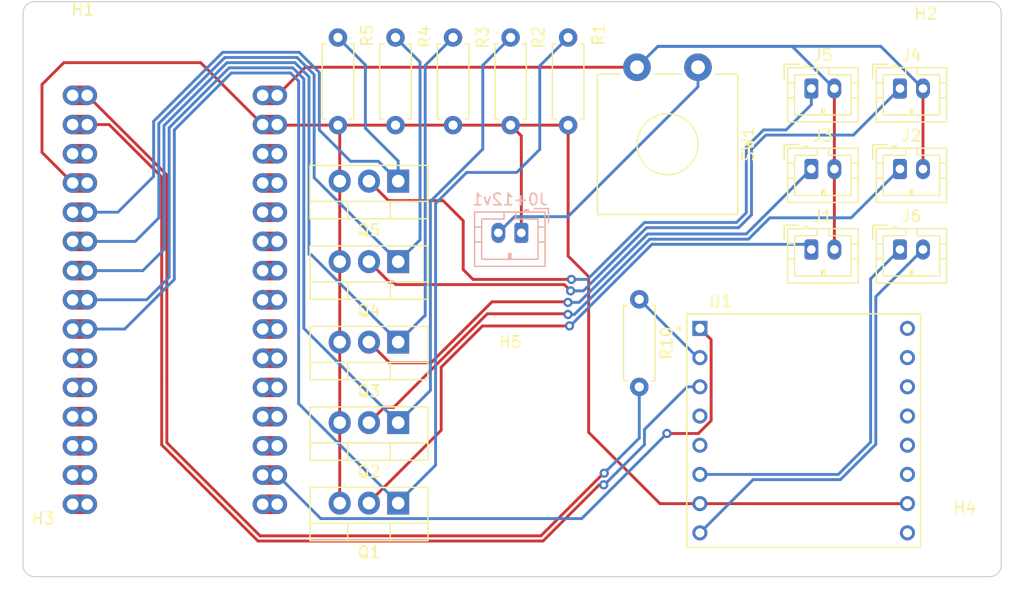
<source format=kicad_pcb>
(kicad_pcb (version 20211014) (generator pcbnew)
  (layers (0 "F.Cu" signal) (31 "B.Cu" signal) (34 "B.Paste" user) (35 "F.Paste" user) (36 "B.SilkS" user "B.Silkscreen") (37 "F.SilkS" user "F.Silkscreen") (38 "B.Mask" user) (39 "F.Mask" user) (44 "Edge.Cuts" user))
  (net 0 "")
  (net 22 "Net-(A1-Pad2)")
  (net 26 "Net-(A1-Pad16)")
  (net 27 "Net-(A1-Pad15)")
  (net 28 "GND")
  (net 29 "+12V")
  (net 34 "Net-(A1-Pad23)")
  (net 35 "Net-(J1-Pad1)")
  (net 36 "Net-(A1-Pad22)")
  (net 37 "Net-(A1-Pad21)")
  (net 38 "Net-(A1-Pad20)")
  (net 39 "Net-(A1-Pad24)")
  (net 40 "Net-(A1-Pad17)")
  (net 41 "Net-(R10-Pad1)")
  (net 42 "Net-(J2-Pad1)")
  (net 43 "Net-(J3-Pad1)")
  (net 44 "Net-(J4-Pad1)")
  (net 45 "Net-(J5-Pad1)")
  (net 46 "Net-(J6-Pad1)")
  (net 47 "Net-(J6-Pad2)")
  (footprint "Resistor_THT:R_Axial_DIN0207_L6.3mm_D2.5mm_P7.62mm_Horizontal" (layer "F.Cu") (at 107.75 59.38 -90)
    (fp_text reference "R10" (at 3.81 -2.37 90) (layer "F.SilkS"))
    (fp_text value "R1kΩ")
    (pad "1" thru_hole circle (at 0 0 270) (size 1.6 1.6) (drill 0.8) (layers *.Cu *.Mask) (net 41 "Net-(R10-Pad1)"))
    (pad "2" thru_hole oval (at 7.62 0 270) (size 1.6 1.6) (drill 0.8) (layers *.Cu *.Mask) (net 26 "Net-(A1-Pad16)"))
  )
  (footprint "Resistor_THT:R_Axial_DIN0207_L6.3mm_D2.5mm_P7.62mm_Horizontal" (layer "F.Cu") (at 96.5675 36.615 -90)
    (fp_text reference "R2" (at -0.015 -2.4325 90) (layer "F.SilkS"))
    (fp_text value "R10kΩ")
    (pad "1" thru_hole circle (at 0 0 270) (size 1.6 1.6) (drill 0.8) (layers *.Cu *.Mask) (net 34 "Net-(A1-Pad23)"))
    (pad "2" thru_hole oval (at 7.62 0 270) (size 1.6 1.6) (drill 0.8) (layers *.Cu *.Mask) (net 28 "GND"))
  )
  (footprint "DFPlayer:MODULE_DFR0299" (layer "F.Cu") (at 122.0325 70.8)
    (fp_text reference "U1" (at -7.225 -11.235) (layer "F.SilkS"))
    (fp_text value "DFR0299")
    (pad "1" thru_hole rect locked (at -9.017 -8.89) (size 1.308 1.308) (drill 0.8) (layers *.Cu *.Mask) (net 22 "Net-(A1-Pad2)"))
    (pad "2" thru_hole circle locked (at -9.017 -6.35) (size 1.308 1.308) (drill 0.8) (layers *.Cu *.Mask) (net 41 "Net-(R10-Pad1)"))
    (pad "3" thru_hole circle locked (at -9.017 -3.81) (size 1.308 1.308) (drill 0.8) (layers *.Cu *.Mask) (net 40 "Net-(A1-Pad17)"))
    (pad "4" thru_hole circle locked (at -9.017 -1.27) (size 1.308 1.308) (drill 0.8) (layers *.Cu *.Mask))
    (pad "5" thru_hole circle locked (at -9.017 1.27) (size 1.308 1.308) (drill 0.8) (layers *.Cu *.Mask))
    (pad "6" thru_hole circle locked (at -9.017 3.81) (size 1.308 1.308) (drill 0.8) (layers *.Cu *.Mask) (net 46 "Net-(J6-Pad1)"))
    (pad "7" thru_hole circle locked (at -9.017 6.35) (size 1.308 1.308) (drill 0.8) (layers *.Cu *.Mask) (net 28 "GND"))
    (pad "8" thru_hole circle locked (at -9.017 8.89) (size 1.308 1.308) (drill 0.8) (layers *.Cu *.Mask) (net 47 "Net-(J6-Pad2)"))
    (pad "9" thru_hole circle locked (at 9.017 8.89) (size 1.308 1.308) (drill 0.8) (layers *.Cu *.Mask))
    (pad "10" thru_hole circle locked (at 9.017 6.35) (size 1.308 1.308) (drill 0.8) (layers *.Cu *.Mask) (net 28 "GND"))
    (pad "11" thru_hole circle locked (at 9.017 3.81) (size 1.308 1.308) (drill 0.8) (layers *.Cu *.Mask))
    (pad "12" thru_hole circle locked (at 9.017 1.27) (size 1.308 1.308) (drill 0.8) (layers *.Cu *.Mask))
    (pad "13" thru_hole circle locked (at 9.017 -1.27) (size 1.308 1.308) (drill 0.8) (layers *.Cu *.Mask))
    (pad "14" thru_hole circle locked (at 9.017 -3.81) (size 1.308 1.308) (drill 0.8) (layers *.Cu *.Mask))
    (pad "15" thru_hole circle locked (at 9.017 -6.35) (size 1.308 1.308) (drill 0.8) (layers *.Cu *.Mask))
    (pad "16" thru_hole circle locked (at 9.017 -8.89) (size 1.308 1.308) (drill 0.8) (layers *.Cu *.Mask))
  )
  (footprint "Connector_JST:JST_PH_B2B-PH-K_1x02_P2.00mm_Vertical" (layer "F.Cu") (at 122.7 48.05)
    (fp_text reference "J3" (at 1 -2.9) (layer "F.SilkS"))
    (fp_text value "Conn_01x02")
    (pad "1" thru_hole roundrect (at 0 0) (size 1.2 1.75) (drill 0.75) (layers *.Cu *.Mask) (roundrect_rratio 0.2083333333) (net 43 "Net-(J3-Pad1)"))
    (pad "2" thru_hole oval (at 2 0) (size 1.2 1.75) (drill 0.75) (layers *.Cu *.Mask) (net 27 "Net-(A1-Pad15)"))
  )
  (footprint "Package_TO_SOT_THT:TO-220-3_Vertical" (layer "F.Cu") (at 86.8 77.105 180)
    (fp_text reference "Q1" (at 2.54 -4.27) (layer "F.SilkS"))
    (fp_text value "IRLZ44N")
    (pad "1" thru_hole rect (at 0 0 180) (size 1.905 2) (drill 1.1) (layers *.Cu *.Mask) (net 39 "Net-(A1-Pad24)"))
    (pad "2" thru_hole oval (at 2.54 0 180) (size 1.905 2) (drill 1.1) (layers *.Cu *.Mask) (net 35 "Net-(J1-Pad1)"))
    (pad "3" thru_hole oval (at 5.08 0 180) (size 1.905 2) (drill 1.1) (layers *.Cu *.Mask) (net 28 "GND"))
  )
  (footprint "Resistor_THT:R_Axial_DIN0207_L6.3mm_D2.5mm_P7.62mm_Horizontal" (layer "F.Cu") (at 91.5675 36.615 -90)
    (fp_text reference "R3" (at -0.015 -2.5825 90) (layer "F.SilkS"))
    (fp_text value "R10kΩ")
    (pad "1" thru_hole circle (at 0 0 270) (size 1.6 1.6) (drill 0.8) (layers *.Cu *.Mask) (net 36 "Net-(A1-Pad22)"))
    (pad "2" thru_hole oval (at 7.62 0 270) (size 1.6 1.6) (drill 0.8) (layers *.Cu *.Mask) (net 28 "GND"))
  )
  (footprint "Connector_JST:JST_PH_B2B-PH-K_1x02_P2.00mm_Vertical" (layer "F.Cu") (at 130.4 41.05)
    (fp_text reference "J4" (at 1 -2.9) (layer "F.SilkS"))
    (fp_text value "Conn_01x02")
    (pad "1" thru_hole roundrect (at 0 0) (size 1.2 1.75) (drill 0.75) (layers *.Cu *.Mask) (roundrect_rratio 0.2083333333) (net 44 "Net-(J4-Pad1)"))
    (pad "2" thru_hole oval (at 2 0) (size 1.2 1.75) (drill 0.75) (layers *.Cu *.Mask) (net 27 "Net-(A1-Pad15)"))
  )
  (footprint "Resistor_THT:R_Axial_DIN0207_L6.3mm_D2.5mm_P7.62mm_Horizontal" (layer "F.Cu") (at 86.5675 36.615 -90)
    (fp_text reference "R4" (at -0.065 -2.5325 90) (layer "F.SilkS"))
    (fp_text value "R10kΩ")
    (pad "1" thru_hole circle (at 0 0 270) (size 1.6 1.6) (drill 0.8) (layers *.Cu *.Mask) (net 37 "Net-(A1-Pad21)"))
    (pad "2" thru_hole oval (at 7.62 0 270) (size 1.6 1.6) (drill 0.8) (layers *.Cu *.Mask) (net 28 "GND"))
  )
  (footprint "Custom:MountingHole_1.25mm" (layer "F.Cu") (at 57.35 36)
    (fp_text reference "H1" (at 2.05 -1.8) (layer "F.SilkS"))
    (fp_text value "MountingHole")
    (pad "" np_thru_hole circle (at 0 0) (size 1.25 1.25) (drill 1.25) (layers F&B.Cu *.Mask))
  )
  (footprint "Connector_JST:JST_PH_B2B-PH-K_1x02_P2.00mm_Vertical" (layer "F.Cu") (at 122.7 55.05)
    (fp_text reference "J1" (at 1 -2.9) (layer "F.SilkS"))
    (fp_text value "Conn_01x02")
    (pad "1" thru_hole roundrect (at 0 0) (size 1.2 1.75) (drill 0.75) (layers *.Cu *.Mask) (roundrect_rratio 0.2083333333) (net 35 "Net-(J1-Pad1)"))
    (pad "2" thru_hole oval (at 2 0) (size 1.2 1.75) (drill 0.75) (layers *.Cu *.Mask) (net 27 "Net-(A1-Pad15)"))
  )
  (footprint "Resistor_THT:R_Axial_DIN0207_L6.3mm_D2.5mm_P7.62mm_Horizontal" (layer "F.Cu") (at 81.5675 36.615 -90)
    (fp_text reference "R5" (at -0.165 -2.5325 90) (layer "F.SilkS"))
    (fp_text value "R10kΩ")
    (pad "1" thru_hole circle (at 0 0 270) (size 1.6 1.6) (drill 0.8) (layers *.Cu *.Mask) (net 38 "Net-(A1-Pad20)"))
    (pad "2" thru_hole oval (at 7.62 0 270) (size 1.6 1.6) (drill 0.8) (layers *.Cu *.Mask) (net 28 "GND"))
  )
  (footprint "Package_TO_SOT_THT:TO-220-3_Vertical" (layer "F.Cu") (at 86.8 49.105 180)
    (fp_text reference "Q5" (at 2.54 -4.27) (layer "F.SilkS"))
    (fp_text value "IRLZ44N")
    (pad "1" thru_hole rect (at 0 0 180) (size 1.905 2) (drill 1.1) (layers *.Cu *.Mask) (net 38 "Net-(A1-Pad20)"))
    (pad "2" thru_hole oval (at 2.54 0 180) (size 1.905 2) (drill 1.1) (layers *.Cu *.Mask) (net 45 "Net-(J5-Pad1)"))
    (pad "3" thru_hole oval (at 5.08 0 180) (size 1.905 2) (drill 1.1) (layers *.Cu *.Mask) (net 28 "GND"))
  )
  (footprint "Custom:MountingHole_1.25mm" (layer "F.Cu") (at 136.05 81)
    (fp_text reference "H4" (at 0 -3.5) (layer "F.SilkS"))
    (fp_text value "MountingHole")
    (pad "" np_thru_hole circle (at 0 0) (size 1.25 1.25) (drill 1.25) (layers F&B.Cu *.Mask))
  )
  (footprint "Package_TO_SOT_THT:TO-220-3_Vertical" (layer "F.Cu") (at 86.8 63.105 180)
    (fp_text reference "Q3" (at 2.54 -4.27) (layer "F.SilkS"))
    (fp_text value "IRLZ44N")
    (pad "1" thru_hole rect (at 0 0 180) (size 1.905 2) (drill 1.1) (layers *.Cu *.Mask) (net 36 "Net-(A1-Pad22)"))
    (pad "2" thru_hole oval (at 2.54 0 180) (size 1.905 2) (drill 1.1) (layers *.Cu *.Mask) (net 43 "Net-(J3-Pad1)"))
    (pad "3" thru_hole oval (at 5.08 0 180) (size 1.905 2) (drill 1.1) (layers *.Cu *.Mask) (net 28 "GND"))
  )
  (footprint "Resistor_THT:R_Axial_DIN0207_L6.3mm_D2.5mm_P7.62mm_Horizontal" (layer "F.Cu") (at 101.5675 36.615 -90)
    (fp_text reference "R1" (at -0.265 -2.6325 90) (layer "F.SilkS"))
    (fp_text value "R10kΩ")
    (pad "1" thru_hole circle (at 0 0 270) (size 1.6 1.6) (drill 0.8) (layers *.Cu *.Mask) (net 39 "Net-(A1-Pad24)"))
    (pad "2" thru_hole oval (at 7.62 0 270) (size 1.6 1.6) (drill 0.8) (layers *.Cu *.Mask) (net 28 "GND"))
  )
  (footprint "Connector_JST:JST_PH_B2B-PH-K_1x02_P2.00mm_Vertical" (layer "F.Cu") (at 130.4 48.05)
    (fp_text reference "J2" (at 1 -2.9) (layer "F.SilkS"))
    (fp_text value "Conn_01x02")
    (pad "1" thru_hole roundrect (at 0 0) (size 1.2 1.75) (drill 0.75) (layers *.Cu *.Mask) (roundrect_rratio 0.2083333333) (net 42 "Net-(J2-Pad1)"))
    (pad "2" thru_hole oval (at 2 0) (size 1.2 1.75) (drill 0.75) (layers *.Cu *.Mask) (net 27 "Net-(A1-Pad15)"))
  )
  (footprint "Button_Switch_THT:SW_CW_GPTS203211B" (layer "F.Cu") (at 112.85 39.2 -90)
    (fp_text reference "SW1" (at 6.7 -4.35 90) (layer "F.SilkS"))
    (fp_text value "SW_SPST")
    (pad "1" thru_hole circle (at 0 0 270) (size 2.4 2.4) (drill 1.2) (layers *.Cu *.Mask) (net 29 "+12V"))
    (pad "2" thru_hole circle (at 0 5.3 270) (size 2.4 2.4) (drill 1.2) (layers *.Cu *.Mask) (net 27 "Net-(A1-Pad15)"))
  )
  (footprint "Nano_33:NANO_33_Socket_Castell" (layer "F.Cu") (at 67.4 59.425 90)
    (fp_text reference "A1")
    (fp_text value "Arduino-NANO-33")
    (pad "1" thru_hole circle locked (at -17.78 8.89 180) (size 1.7 1.7) (drill 1) (layers *.Cu *.Mask))
    (pad "1" thru_hole circle locked (at -17.78 7.62 180) (size 1.7 1.7) (drill 1) (layers *.Cu *.Mask))
    (pad "1" smd oval locked (at -17.78 8.255 180) (size 3 1.7) (layers "F.Cu" "F.Mask"))
    (pad "2" thru_hole oval locked (at -15.24 7.62 180) (size 1.7 1.7) (drill 1) (layers *.Cu *.Mask) (net 22 "Net-(A1-Pad2)"))
    (pad "2" smd oval locked (at -15.24 8.255 180) (size 3 1.7) (layers "F.Cu" "F.Mask") (net 22 "Net-(A1-Pad2)"))
    (pad "2" thru_hole circle locked (at -15.24 8.89 180) (size 1.7 1.7) (drill 1) (layers *.Cu *.Mask) (net 22 "Net-(A1-Pad2)"))
    (pad "3" thru_hole oval locked (at -12.7 7.62 180) (size 1.7 1.7) (drill 1) (layers *.Cu *.Mask))
    (pad "3" smd oval locked (at -12.7 8.255 180) (size 3 1.7) (layers "F.Cu" "F.Mask"))
    (pad "3" thru_hole circle locked (at -12.7 8.89 180) (size 1.7 1.7) (drill 1) (layers *.Cu *.Mask))
    (pad "4" thru_hole oval locked (at -10.16 7.62 180) (size 1.7 1.7) (drill 1) (layers *.Cu *.Mask))
    (pad "4" thru_hole circle locked (at -10.16 8.89 180) (size 1.7 1.7) (drill 1) (layers *.Cu *.Mask))
    (pad "4" smd oval locked (at -10.16 8.255 180) (size 3 1.7) (layers "F.Cu" "F.Mask"))
    (pad "5" smd oval locked (at -7.62 8.255 180) (size 3 1.7) (layers "F.Cu" "F.Mask"))
    (pad "5" thru_hole oval locked (at -7.62 7.62 180) (size 1.7 1.7) (drill 1) (layers *.Cu *.Mask))
    (pad "5" thru_hole circle locked (at -7.62 8.89 180) (size 1.7 1.7) (drill 1) (layers *.Cu *.Mask))
    (pad "6" thru_hole oval locked (at -5.08 7.62 180) (size 1.7 1.7) (drill 1) (layers *.Cu *.Mask))
    (pad "6" thru_hole circle locked (at -5.08 8.89 180) (size 1.7 1.7) (drill 1) (layers *.Cu *.Mask))
    (pad "6" smd oval locked (at -5.08 8.255 180) (size 3 1.7) (layers "F.Cu" "F.Mask"))
    (pad "7" thru_hole oval locked (at -2.54 7.62 180) (size 1.7 1.7) (drill 1) (layers *.Cu *.Mask))
    (pad "7" smd oval locked (at -2.54 8.255 180) (size 3 1.7) (layers "F.Cu" "F.Mask"))
    (pad "7" thru_hole circle locked (at -2.54 8.89 180) (size 1.7 1.7) (drill 1) (layers *.Cu *.Mask))
    (pad "8" thru_hole oval locked (at 0 7.62 180) (size 1.7 1.7) (drill 1) (layers *.Cu *.Mask))
    (pad "8" thru_hole circle locked (at 0 8.89 180) (size 1.7 1.7) (drill 1) (layers *.Cu *.Mask))
    (pad "8" smd oval locked (at 0 8.255 180) (size 3 1.7) (layers "F.Cu" "F.Mask"))
    (pad "9" smd oval locked (at 2.54 8.255 180) (size 3 1.7) (layers "F.Cu" "F.Mask"))
    (pad "9" thru_hole circle locked (at 2.54 8.89 180) (size 1.7 1.7) (drill 1) (layers *.Cu *.Mask))
    (pad "9" thru_hole oval locked (at 2.54 7.62 180) (size 1.7 1.7) (drill 1) (layers *.Cu *.Mask))
    (pad "10" thru_hole oval locked (at 5.08 7.62 180) (size 1.7 1.7) (drill 1) (layers *.Cu *.Mask))
    (pad "10" smd oval locked (at 5.08 8.255 180) (size 3 1.7) (layers "F.Cu" "F.Mask"))
    (pad "10" thru_hole circle locked (at 5.08 8.89 180) (size 1.7 1.7) (drill 1) (layers *.Cu *.Mask))
    (pad "11" thru_hole oval locked (at 7.62 7.62 180) (size 1.7 1.7) (drill 1) (layers *.Cu *.Mask))
    (pad "11" smd oval locked (at 7.62 8.255 180) (size 3 1.7) (layers "F.Cu" "F.Mask"))
    (pad "11" thru_hole circle locked (at 7.62 8.89 180) (size 1.7 1.7) (drill 1) (layers *.Cu *.Mask))
    (pad "12" thru_hole circle locked (at 10.16 8.89 180) (size 1.7 1.7) (drill 1) (layers *.Cu *.Mask))
    (pad "12" smd oval locked (at 10.16 8.255 180) (size 3 1.7) (layers "F.Cu" "F.Mask"))
    (pad "12" thru_hole oval locked (at 10.16 7.62 180) (size 1.7 1.7) (drill 1) (layers *.Cu *.Mask))
    (pad "13" thru_hole oval locked (at 12.7 7.62 180) (size 1.7 1.7) (drill 1) (layers *.Cu *.Mask))
    (pad "13" smd oval locked (at 12.7 8.255 180) (size 3 1.7) (layers "F.Cu" "F.Mask"))
    (pad "13" thru_hole circle locked (at 12.7 8.89 180) (size 1.7 1.7) (drill 1) (layers *.Cu *.Mask))
    (pad "14" smd oval locked (at 15.24 8.255 180) (size 3 1.7) (layers "F.Cu" "F.Mask") (net 28 "GND"))
    (pad "14" thru_hole oval locked (at 15.24 7.62 180) (size 1.7 1.7) (drill 1) (layers *.Cu *.Mask) (net 28 "GND"))
    (pad "14" thru_hole circle locked (at 15.24 8.89 180) (size 1.7 1.7) (drill 1) (layers *.Cu *.Mask) (net 28 "GND"))
    (pad "15" thru_hole circle locked (at 17.78 8.89 180) (size 1.7 1.7) (drill 1) (layers *.Cu *.Mask) (net 27 "Net-(A1-Pad15)"))
    (pad "15" thru_hole oval locked (at 17.78 7.62 180) (size 1.7 1.7) (drill 1) (layers *.Cu *.Mask) (net 27 "Net-(A1-Pad15)"))
    (pad "15" smd oval locked (at 17.78 8.255 180) (size 3 1.7) (layers "F.Cu" "F.Mask") (net 27 "Net-(A1-Pad15)"))
    (pad "16" smd oval locked (at 17.78 -8.255) (size 3 1.7) (layers "F.Cu" "F.Mask") (net 26 "Net-(A1-Pad16)"))
    (pad "16" thru_hole circle locked (at 17.78 -8.89) (size 1.7 1.7) (drill 1) (layers *.Cu *.Mask) (net 26 "Net-(A1-Pad16)"))
    (pad "16" thru_hole circle locked (at 17.78 -7.62) (size 1.7 1.7) (drill 1) (layers *.Cu *.Mask) (net 26 "Net-(A1-Pad16)"))
    (pad "17" thru_hole circle locked (at 15.24 -8.89) (size 1.7 1.7) (drill 1) (layers *.Cu *.Mask) (net 40 "Net-(A1-Pad17)"))
    (pad "17" smd oval locked (at 15.24 -8.255) (size 3 1.7) (layers "F.Cu" "F.Mask") (net 40 "Net-(A1-Pad17)"))
    (pad "17" thru_hole oval locked (at 15.24 -7.62) (size 1.7 1.7) (drill 1) (layers *.Cu *.Mask) (net 40 "Net-(A1-Pad17)"))
    (pad "18" smd oval locked (at 12.7 -8.255) (size 3 1.7) (layers "F.Cu" "F.Mask"))
    (pad "18" thru_hole circle locked (at 12.7 -8.89) (size 1.7 1.7) (drill 1) (layers *.Cu *.Mask))
    (pad "18" thru_hole oval locked (at 12.7 -7.62) (size 1.7 1.7) (drill 1) (layers *.Cu *.Mask))
    (pad "19" thru_hole circle locked (at 10.16 -8.89) (size 1.7 1.7) (drill 1) (layers *.Cu *.Mask) (net 28 "GND"))
    (pad "19" smd oval locked (at 10.16 -8.255) (size 3 1.7) (layers "F.Cu" "F.Mask") (net 28 "GND"))
    (pad "19" thru_hole oval locked (at 10.16 -7.62) (size 1.7 1.7) (drill 1) (layers *.Cu *.Mask) (net 28 "GND"))
    (pad "20" thru_hole circle locked (at 7.62 -8.89) (size 1.7 1.7) (drill 1) (layers *.Cu *.Mask) (net 38 "Net-(A1-Pad20)"))
    (pad "20" thru_hole oval locked (at 7.62 -7.62) (size 1.7 1.7) (drill 1) (layers *.Cu *.Mask) (net 38 "Net-(A1-Pad20)"))
    (pad "20" smd oval locked (at 7.62 -8.255) (size 3 1.7) (layers "F.Cu" "F.Mask") (net 38 "Net-(A1-Pad20)"))
    (pad "21" thru_hole circle locked (at 5.08 -8.89) (size 1.7 1.7) (drill 1) (layers *.Cu *.Mask) (net 37 "Net-(A1-Pad21)"))
    (pad "21" thru_hole oval locked (at 5.08 -7.62) (size 1.7 1.7) (drill 1) (layers *.Cu *.Mask) (net 37 "Net-(A1-Pad21)"))
    (pad "21" smd oval locked (at 5.08 -8.255) (size 3 1.7) (layers "F.Cu" "F.Mask") (net 37 "Net-(A1-Pad21)"))
    (pad "22" smd oval locked (at 2.54 -8.255) (size 3 1.7) (layers "F.Cu" "F.Mask") (net 36 "Net-(A1-Pad22)"))
    (pad "22" thru_hole oval locked (at 2.54 -7.62) (size 1.7 1.7) (drill 1) (layers *.Cu *.Mask) (net 36 "Net-(A1-Pad22)"))
    (pad "22" thru_hole circle locked (at 2.54 -8.89) (size 1.7 1.7) (drill 1) (layers *.Cu *.Mask) (net 36 "Net-(A1-Pad22)"))
    (pad "23" smd oval locked (at 0 -8.255) (size 3 1.7) (layers "F.Cu" "F.Mask") (net 34 "Net-(A1-Pad23)"))
    (pad "23" thru_hole circle locked (at 0 -8.89) (size 1.7 1.7) (drill 1) (layers *.Cu *.Mask) (net 34 "Net-(A1-Pad23)"))
    (pad "23" thru_hole oval locked (at 0 -7.62) (size 1.7 1.7) (drill 1) (layers *.Cu *.Mask) (net 34 "Net-(A1-Pad23)"))
    (pad "24" smd oval locked (at -2.54 -8.255) (size 3 1.7) (layers "F.Cu" "F.Mask") (net 39 "Net-(A1-Pad24)"))
    (pad "24" thru_hole oval locked (at -2.54 -7.62) (size 1.7 1.7) (drill 1) (layers *.Cu *.Mask) (net 39 "Net-(A1-Pad24)"))
    (pad "24" thru_hole circle locked (at -2.54 -8.89) (size 1.7 1.7) (drill 1) (layers *.Cu *.Mask) (net 39 "Net-(A1-Pad24)"))
    (pad "25" thru_hole circle locked (at -5.08 -8.89) (size 1.7 1.7) (drill 1) (layers *.Cu *.Mask))
    (pad "25" thru_hole oval locked (at -5.08 -7.62) (size 1.7 1.7) (drill 1) (layers *.Cu *.Mask))
    (pad "25" smd oval locked (at -5.08 -8.255) (size 3 1.7) (layers "F.Cu" "F.Mask"))
    (pad "26" thru_hole circle locked (at -7.62 -8.89) (size 1.7 1.7) (drill 1) (layers *.Cu *.Mask))
    (pad "26" smd oval locked (at -7.62 -8.255) (size 3 1.7) (layers "F.Cu" "F.Mask"))
    (pad "26" thru_hole oval locked (at -7.62 -7.62) (size 1.7 1.7) (drill 1) (layers *.Cu *.Mask))
    (pad "27" thru_hole oval locked (at -10.16 -7.62) (size 1.7 1.7) (drill 1) (layers *.Cu *.Mask))
    (pad "27" thru_hole circle locked (at -10.16 -8.89) (size 1.7 1.7) (drill 1) (layers *.Cu *.Mask))
    (pad "27" smd oval locked (at -10.16 -8.255) (size 3 1.7) (layers "F.Cu" "F.Mask"))
    (pad "28" smd oval locked (at -12.7 -8.255) (size 3 1.7) (layers "F.Cu" "F.Mask"))
    (pad "28" thru_hole circle locked (at -12.7 -8.89) (size 1.7 1.7) (drill 1) (layers *.Cu *.Mask))
    (pad "28" thru_hole oval locked (at -12.7 -7.62) (size 1.7 1.7) (drill 1) (layers *.Cu *.Mask))
    (pad "29" thru_hole circle locked (at -15.24 -8.89) (size 1.7 1.7) (drill 1) (layers *.Cu *.Mask))
    (pad "29" thru_hole oval locked (at -15.24 -7.62) (size 1.7 1.7) (drill 1) (layers *.Cu *.Mask))
    (pad "29" smd oval locked (at -15.24 -8.255) (size 3 1.7) (layers "F.Cu" "F.Mask"))
    (pad "30" thru_hole oval locked (at -17.78 -7.62) (size 1.7 1.7) (drill 1) (layers *.Cu *.Mask))
    (pad "30" thru_hole circle locked (at -17.78 -8.89) (size 1.7 1.7) (drill 1) (layers *.Cu *.Mask))
    (pad "30" smd oval locked (at -17.78 -8.255) (size 3 1.7) (layers "F.Cu" "F.Mask"))
  )
  (footprint "Custom:MountingHole_7.5mm" (layer "F.Cu") (at 96.7 69.25)
    (fp_text reference "H5" (at -0.15 -6.15) (layer "F.SilkS"))
    (fp_text value "MountingHole")
    (pad "" np_thru_hole circle (at 0 0) (size 7.5 7.5) (drill 7.5) (layers F&B.Cu *.Mask))
  )
  (footprint "Package_TO_SOT_THT:TO-220-3_Vertical" (layer "F.Cu") (at 86.8 56.105 180)
    (fp_text reference "Q4" (at 2.54 -4.27) (layer "F.SilkS"))
    (fp_text value "IRLZ44N")
    (pad "1" thru_hole rect (at 0 0 180) (size 1.905 2) (drill 1.1) (layers *.Cu *.Mask) (net 37 "Net-(A1-Pad21)"))
    (pad "2" thru_hole oval (at 2.54 0 180) (size 1.905 2) (drill 1.1) (layers *.Cu *.Mask) (net 44 "Net-(J4-Pad1)"))
    (pad "3" thru_hole oval (at 5.08 0 180) (size 1.905 2) (drill 1.1) (layers *.Cu *.Mask) (net 28 "GND"))
  )
  (footprint "Custom:MountingHole_1.25mm" (layer "F.Cu") (at 136.05 36)
    (fp_text reference "H2" (at -3.4 -1.45) (layer "F.SilkS"))
    (fp_text value "MountingHole")
    (pad "" np_thru_hole circle (at 0 0) (size 1.25 1.25) (drill 1.25) (layers F&B.Cu *.Mask))
  )
  (footprint "Package_TO_SOT_THT:TO-220-3_Vertical" (layer "F.Cu") (at 86.8 70.105 180)
    (fp_text reference "Q2" (at 2.54 -4.27) (layer "F.SilkS"))
    (fp_text value "IRLZ44N")
    (pad "1" thru_hole rect (at 0 0 180) (size 1.905 2) (drill 1.1) (layers *.Cu *.Mask) (net 34 "Net-(A1-Pad23)"))
    (pad "2" thru_hole oval (at 2.54 0 180) (size 1.905 2) (drill 1.1) (layers *.Cu *.Mask) (net 42 "Net-(J2-Pad1)"))
    (pad "3" thru_hole oval (at 5.08 0 180) (size 1.905 2) (drill 1.1) (layers *.Cu *.Mask) (net 28 "GND"))
  )
  (footprint "Connector_JST:JST_PH_B2B-PH-K_1x02_P2.00mm_Vertical" (layer "F.Cu") (at 130.4 55.05)
    (fp_text reference "J6" (at 1 -2.9) (layer "F.SilkS"))
    (fp_text value "Conn_01x02")
    (pad "1" thru_hole roundrect (at 0 0) (size 1.2 1.75) (drill 0.75) (layers *.Cu *.Mask) (roundrect_rratio 0.2083333333) (net 46 "Net-(J6-Pad1)"))
    (pad "2" thru_hole oval (at 2 0) (size 1.2 1.75) (drill 0.75) (layers *.Cu *.Mask) (net 47 "Net-(J6-Pad2)"))
  )
  (footprint "Connector_JST:JST_PH_B2B-PH-K_1x02_P2.00mm_Vertical" (layer "F.Cu") (at 122.7 41.05)
    (fp_text reference "J5" (at 1 -2.9) (layer "F.SilkS"))
    (fp_text value "Conn_01x02")
    (pad "1" thru_hole roundrect (at 0 0) (size 1.2 1.75) (drill 0.75) (layers *.Cu *.Mask) (roundrect_rratio 0.2083333333) (net 45 "Net-(J5-Pad1)"))
    (pad "2" thru_hole oval (at 2 0) (size 1.2 1.75) (drill 0.75) (layers *.Cu *.Mask) (net 27 "Net-(A1-Pad15)"))
  )
  (footprint "Custom:MountingHole_1.25mm" (layer "F.Cu") (at 57.35 81)
    (fp_text reference "H3" (at -1.4 -2.55) (layer "F.SilkS"))
    (fp_text value "MountingHole")
    (pad "" np_thru_hole circle (at 0 0) (size 1.25 1.25) (drill 1.25) (layers F&B.Cu *.Mask))
  )
  (footprint "Connector_JST:JST_PH_B2B-PH-K_1x02_P2.00mm_Vertical" (layer "B.Cu") (at 97.5 53.6 180)
    (fp_text reference "J0+12v1" (at 1 2.9) (layer "B.SilkS") (effects (justify mirror)))
    (fp_text value "Conn_01x02")
    (pad "1" thru_hole roundrect (at 0 0 180) (size 1.2 1.75) (drill 0.75) (layers *.Cu *.Mask) (roundrect_rratio 0.2083333333) (net 28 "GND"))
    (pad "2" thru_hole oval (at 2 0 180) (size 1.2 1.75) (drill 0.75) (layers *.Cu *.Mask) (net 29 "+12V"))
  )
  (gr_arc (start 55.2 83.5) (mid 54.492893 83.207107) (end 54.2 82.5) (layer "Edge.Cuts") (width 0.1))
  (gr_line (start 54.2 34.5) (end 54.2 82.5) (layer "Edge.Cuts") (width 0.1))
  (gr_line (start 138.2 83.5) (end 55.2 83.5) (layer "Edge.Cuts") (width 0.1))
  (gr_line (start 138.2 33.5) (end 55.2 33.5) (layer "Edge.Cuts") (width 0.1))
  (gr_arc (start 54.2 34.5) (mid 54.492893 33.792893) (end 55.2 33.5) (layer "Edge.Cuts") (width 0.1))
  (gr_arc (start 138.2 33.5) (mid 138.907107 33.792893) (end 139.2 34.5) (layer "Edge.Cuts") (width 0.1))
  (gr_line (start 139.2 82.5) (end 139.2 34.5) (layer "Edge.Cuts") (width 0.1))
  (gr_arc (start 139.2 82.5) (mid 138.907107 83.207107) (end 138.2 83.5) (layer "Edge.Cuts") (width 0.1))
  (gr_line (start 54.2 34.5) (end 54.2 34.5) (layer "Edge.Cuts") (width 0.1))
  (segment (start 113.9945 69.935516) (end 113.9945 62.889) (width 0.25) (layer "F.Cu") (net 22))
  (segment (start 110.15 71.05) (end 112.880016 71.05) (width 0.25) (layer "F.Cu") (net 22))
  (segment (start 112.880016 71.05) (end 113.9945 69.935516) (width 0.25) (layer "F.Cu") (net 22))
  (segment (start 113.9945 62.889) (end 113.0155 61.91) (width 0.25) (layer "F.Cu") (net 22))
  (via (at 110.15 71.05) (size 0.8) (drill 0.4) (layers "F.Cu" "B.Cu") (net 22))
  (segment (start 88.35 78.45) (end 102.75 78.45) (width 0.25) (layer "B.Cu") (net 22))
  (segment (start 76.29 74.665) (end 80.075 78.45) (width 0.25) (layer "B.Cu") (net 22))
  (segment (start 102.75 78.45) (end 110.15 71.05) (width 0.25) (layer "B.Cu") (net 22))
  (segment (start 80.075 78.45) (end 88.35 78.45) (width 0.25) (layer "B.Cu") (net 22))
  (segment (start 104.65 74.5) (end 104.7 74.5) (width 0.25) (layer "F.Cu") (net 26))
  (segment (start 75.55 79.95) (end 99.2 79.95) (width 0.25) (layer "F.Cu") (net 26))
  (segment (start 99.2 79.95) (end 103.95 75.2) (width 0.25) (layer "F.Cu") (net 26))
  (segment (start 66.7 51.95) (end 66.7 71.85) (width 0.25) (layer "F.Cu") (net 26))
  (segment (start 66.7 71.85) (end 74.8 79.95) (width 0.25) (layer "F.Cu") (net 26))
  (segment (start 103.95 75.2) (end 104.65 74.5) (width 0.25) (layer "F.Cu") (net 26))
  (segment (start 59.78 41.645) (end 66.7 48.565) (width 0.25) (layer "F.Cu") (net 26))
  (segment (start 66.7 48.565) (end 66.7 51.95) (width 0.25) (layer "F.Cu") (net 26))
  (segment (start 74.8 79.95) (end 75.55 79.95) (width 0.25) (layer "F.Cu") (net 26))
  (via (at 104.7 74.5) (size 0.8) (drill 0.4) (layers "F.Cu" "B.Cu") (net 26))
  (segment (start 107.75 71.45) (end 107.75 67) (width 0.25) (layer "B.Cu") (net 26))
  (segment (start 104.7 74.5) (end 107.75 71.45) (width 0.25) (layer "B.Cu") (net 26))
  (segment (start 132.4 41.05) (end 132.4 48.05) (width 0.25) (layer "F.Cu") (net 27))
  (segment (start 75.02 41.645) (end 75.655 41.645) (width 0.25) (layer "F.Cu") (net 27))
  (segment (start 124.7 48.05) (end 124.7 55.05) (width 0.25) (layer "F.Cu") (net 27))
  (segment (start 124.7 41.05) (end 124.7 48.05) (width 0.25) (layer "F.Cu") (net 27))
  (segment (start 75.02 41.645) (end 76.29 41.645) (width 0.25) (layer "F.Cu") (net 27))
  (segment (start 107.55 39.2) (end 78.735 39.2) (width 0.25) (layer "F.Cu") (net 27))
  (segment (start 78.735 39.2) (end 76.29 41.645) (width 0.25) (layer "F.Cu") (net 27))
  (segment (start 107.55 39.2) (end 109.369286 37.380714) (width 0.25) (layer "B.Cu") (net 27))
  (segment (start 128.730714 37.380714) (end 109.369286 37.380714) (width 0.25) (layer "B.Cu") (net 27))
  (segment (start 124.7 41.05) (end 121.030714 37.380714) (width 0.25) (layer "B.Cu") (net 27))
  (segment (start 121.030714 37.380714) (end 109.369286 37.380714) (width 0.25) (layer "B.Cu") (net 27))
  (segment (start 132.4 41.05) (end 128.730714 37.380714) (width 0.25) (layer "B.Cu") (net 27))
  (segment (start 91.5675 44.235) (end 96.5675 44.235) (width 0.25) (layer "F.Cu") (net 28))
  (segment (start 86.5675 44.235) (end 91.5675 44.235) (width 0.25) (layer "F.Cu") (net 28))
  (segment (start 81.5675 44.235) (end 86.5675 44.235) (width 0.25) (layer "F.Cu") (net 28))
  (segment (start 101.5675 44.235) (end 101.5675 55.6175) (width 0.25) (layer "F.Cu") (net 28))
  (segment (start 97.5 53.6) (end 97.5 45.1675) (width 0.25) (layer "F.Cu") (net 28))
  (segment (start 81.72 77.105) (end 81.72 70.105) (width 0.25) (layer "F.Cu") (net 28))
  (segment (start 81.5675 44.235) (end 76.34 44.235) (width 0.25) (layer "F.Cu") (net 28))
  (segment (start 55.85 46.605) (end 55.85 40.7) (width 0.25) (layer "F.Cu") (net 28))
  (segment (start 103.35 57.4) (end 103.35 70.95) (width 0.25) (layer "F.Cu") (net 28))
  (segment (start 81.72 70.105) (end 81.72 63.105) (width 0.25) (layer "F.Cu") (net 28))
  (segment (start 69.635 38.8) (end 75.02 44.185) (width 0.25) (layer "F.Cu") (net 28))
  (segment (start 58.51 49.265) (end 55.85 46.605) (width 0.25) (layer "F.Cu") (net 28))
  (segment (start 81.72 63.105) (end 81.72 56.105) (width 0.25) (layer "F.Cu") (net 28))
  (segment (start 57.75 38.8) (end 69.635 38.8) (width 0.25) (layer "F.Cu") (net 28))
  (segment (start 96.5675 44.235) (end 101.5675 44.235) (width 0.25) (layer "F.Cu") (net 28))
  (segment (start 81.72 44.3875) (end 81.5675 44.235) (width 0.25) (layer "F.Cu") (net 28))
  (segment (start 97.5 45.1675) (end 96.5675 44.235) (width 0.25) (layer "F.Cu") (net 28))
  (segment (start 109.55 77.15) (end 113.0155 77.15) (width 0.25) (layer "F.Cu") (net 28))
  (segment (start 76.34 44.235) (end 76.29 44.185) (width 0.25) (layer "F.Cu") (net 28))
  (segment (start 81.72 56.105) (end 81.72 49.105) (width 0.25) (layer "F.Cu") (net 28))
  (segment (start 76.29 44.185) (end 75.02 44.185) (width 0.25) (layer "F.Cu") (net 28))
  (segment (start 55.85 40.7) (end 57.75 38.8) (width 0.25) (layer "F.Cu") (net 28))
  (segment (start 81.72 49.105) (end 81.72 44.3875) (width 0.25) (layer "F.Cu") (net 28))
  (segment (start 113.0155 77.15) (end 131.0495 77.15) (width 0.25) (layer "F.Cu") (net 28))
  (segment (start 101.5675 55.6175) (end 103.35 57.4) (width 0.25) (layer "F.Cu") (net 28))
  (segment (start 103.35 70.95) (end 109.55 77.15) (width 0.25) (layer "F.Cu") (net 28))
  (segment (start 96.90789 52.19211) (end 95.5 53.6) (width 0.25) (layer "B.Cu") (net 29))
  (segment (start 112.85 39.2) (end 112.85 40.897056) (width 0.25) (layer "B.Cu") (net 29))
  (segment (start 101.554946 52.19211) (end 96.90789 52.19211) (width 0.25) (layer "B.Cu") (net 29))
  (segment (start 112.85 40.897056) (end 101.554946 52.19211) (width 0.25) (layer "B.Cu") (net 29))
  (segment (start 78.6 61.905) (end 78.6 40.213604) (width 0.25) (layer "B.Cu") (net 34))
  (segment (start 94.15 39.0325) (end 96.5675 36.615) (width 0.25) (layer "B.Cu") (net 34))
  (segment (start 72.113604 39.25) (end 66.9 44.463604) (width 0.25) (layer "B.Cu") (net 34))
  (segment (start 64.938604 59.425) (end 59.78 59.425) (width 0.25) (layer "B.Cu") (net 34))
  (segment (start 66.9 57.463604) (end 64.938604 59.425) (width 0.25) (layer "B.Cu") (net 34))
  (segment (start 77.636396 39.25) (end 72.113604 39.25) (width 0.25) (layer "B.Cu") (net 34))
  (segment (start 66.9 44.463604) (end 66.9 57.463604) (width 0.25) (layer "B.Cu") (net 34))
  (segment (start 94.15 46.313604) (end 94.15 39.0325) (width 0.25) (layer "B.Cu") (net 34))
  (segment (start 86.8 70.105) (end 89.6 67.305) (width 0.25) (layer "B.Cu") (net 34))
  (segment (start 86.8 70.105) (end 78.6 61.905) (width 0.25) (layer "B.Cu") (net 34))
  (segment (start 89.6 67.305) (end 89.6 50.863604) (width 0.25) (layer "B.Cu") (net 34))
  (segment (start 89.6 50.863604) (end 94.15 46.313604) (width 0.25) (layer "B.Cu") (net 34))
  (segment (start 78.6 40.213604) (end 77.636396 39.25) (width 0.25) (layer "B.Cu") (net 34))
  (segment (start 90.536396 70.766104) (end 90.536396 65.286396) (width 0.25) (layer "F.Cu") (net 35))
  (segment (start 90.536396 65.286396) (end 94.124671 61.698121) (width 0.25) (layer "F.Cu") (net 35))
  (segment (start 84.26 77.0425) (end 90.536396 70.766104) (width 0.25) (layer "F.Cu") (net 35))
  (segment (start 94.124671 61.698121) (end 101.674712 61.698121) (width 0.25) (layer "F.Cu") (net 35))
  (segment (start 84.26 77.105) (end 84.26 77.0425) (width 0.25) (layer "F.Cu") (net 35))
  (segment (start 101.674712 61.698121) (end 101.682098 61.690735) (width 0.25) (layer "F.Cu") (net 35))
  (via (at 101.682098 61.690735) (size 0.8) (drill 0.4) (layers "F.Cu" "B.Cu") (net 35))
  (segment (start 122.25 54.6) (end 122.7 55.05) (width 0.25) (layer "B.Cu") (net 35))
  (segment (start 101.682098 61.690735) (end 101.754849 61.690735) (width 0.25) (layer "B.Cu") (net 35))
  (segment (start 108.845584 54.6) (end 122.25 54.6) (width 0.25) (layer "B.Cu") (net 35))
  (segment (start 101.754849 61.690735) (end 108.845584 54.6) (width 0.25) (layer "B.Cu") (net 35))
  (segment (start 89.1 60.85) (end 89.15 60.8) (width 0.25) (layer "B.Cu") (net 36))
  (segment (start 89.15 60.8) (end 89.15 39.0325) (width 0.25) (layer "B.Cu") (net 36))
  (segment (start 86.8 63.105) (end 86.8 63.0575) (width 0.25) (layer "B.Cu") (net 36))
  (segment (start 77.822792 38.8) (end 71.927208 38.8) (width 0.25) (layer "B.Cu") (net 36))
  (segment (start 89.15 39.0325) (end 91.5675 36.615) (width 0.25) (layer "B.Cu") (net 36))
  (segment (start 86.8 63.105) (end 89.055 60.85) (width 0.25) (layer "B.Cu") (net 36))
  (segment (start 79.2425 55.5) (end 79.1 55.5) (width 0.25) (layer "B.Cu") (net 36))
  (segment (start 64.615 56.885) (end 59.78 56.885) (width 0.25) (layer "B.Cu") (net 36))
  (segment (start 71.927208 38.8) (end 66.45 44.277208) (width 0.25) (layer "B.Cu") (net 36))
  (segment (start 66.45 55.05) (end 64.615 56.885) (width 0.25) (layer "B.Cu") (net 36))
  (segment (start 86.8 63.0575) (end 79.2425 55.5) (width 0.25) (layer "B.Cu") (net 36))
  (segment (start 79.05 55.45) (end 79.05 40.027208) (width 0.25) (layer "B.Cu") (net 36))
  (segment (start 89.055 60.85) (end 89.1 60.85) (width 0.25) (layer "B.Cu") (net 36))
  (segment (start 79.1 55.5) (end 79.05 55.45) (width 0.25) (layer "B.Cu") (net 36))
  (segment (start 66.45 44.277208) (end 66.45 55.05) (width 0.25) (layer "B.Cu") (net 36))
  (segment (start 79.05 40.027208) (end 77.822792 38.8) (width 0.25) (layer "B.Cu") (net 36))
  (segment (start 88.7 54.205) (end 88.7 38.7475) (width 0.25) (layer "B.Cu") (net 37))
  (segment (start 79.5 39.840812) (end 78.009188 38.35) (width 0.25) (layer "B.Cu") (net 37))
  (segment (start 63.955 54.345) (end 59.78 54.345) (width 0.25) (layer "B.Cu") (net 37))
  (segment (start 66 52.3) (end 63.955 54.345) (width 0.25) (layer "B.Cu") (net 37))
  (segment (start 86.8 56.105) (end 79.5 48.805) (width 0.25) (layer "B.Cu") (net 37))
  (segment (start 78.009188 38.35) (end 71.740812 38.35) (width 0.25) (layer "B.Cu") (net 37))
  (segment (start 79.5 48.805) (end 79.5 39.840812) (width 0.25) (layer "B.Cu") (net 37))
  (segment (start 71.740812 38.35) (end 66 44.090812) (width 0.25) (layer "B.Cu") (net 37))
  (segment (start 88.7 38.7475) (end 86.5675 36.615) (width 0.25) (layer "B.Cu") (net 37))
  (segment (start 86.8 56.105) (end 88.7 54.205) (width 0.25) (layer "B.Cu") (net 37))
  (segment (start 66 44.090812) (end 66 52.3) (width 0.25) (layer "B.Cu") (net 37))
  (segment (start 86.8 49.105) (end 85.072135 47.377135) (width 0.25) (layer "B.Cu") (net 38))
  (segment (start 86.8 47.35) (end 83.95 44.5) (width 0.25) (layer "B.Cu") (net 38))
  (segment (start 83.95 44.5) (end 83.95 38.9975) (width 0.25) (layer "B.Cu") (net 38))
  (segment (start 62.445 51.805) (end 59.78 51.805) (width 0.25) (layer "B.Cu") (net 38))
  (segment (start 85.072135 47.377135) (end 82.665001 47.377135) (width 0.25) (layer "B.Cu") (net 38))
  (segment (start 65.55 48.7) (end 62.445 51.805) (width 0.25) (layer "B.Cu") (net 38))
  (segment (start 79.95 44.662134) (end 79.95 39.654416) (width 0.25) (layer "B.Cu") (net 38))
  (segment (start 65.55 43.904416) (end 65.55 48.7) (width 0.25) (layer "B.Cu") (net 38))
  (segment (start 79.95 39.654416) (end 78.195584 37.9) (width 0.25) (layer "B.Cu") (net 38))
  (segment (start 71.554416 37.9) (end 65.55 43.904416) (width 0.25) (layer "B.Cu") (net 38))
  (segment (start 82.665001 47.377135) (end 79.95 44.662134) (width 0.25) (layer "B.Cu") (net 38))
  (segment (start 83.95 38.9975) (end 81.5675 36.615) (width 0.25) (layer "B.Cu") (net 38))
  (segment (start 78.195584 37.9) (end 71.554416 37.9) (width 0.25) (layer "B.Cu") (net 38))
  (segment (start 86.8 49.105) (end 86.8 47.35) (width 0.25) (layer "B.Cu") (net 38))
  (segment (start 67.35 44.65) (end 67.35 57.65) (width 0.25) (layer "B.Cu") (net 39))
  (segment (start 77.45 39.7) (end 72.3 39.7) (width 0.25) (layer "B.Cu") (net 39))
  (segment (start 63.035 61.965) (end 59.78 61.965) (width 0.25) (layer "B.Cu") (net 39))
  (segment (start 97.1 48.35) (end 99.1 46.35) (width 0.25) (layer "B.Cu") (net 39))
  (segment (start 90.05 73.8) (end 90.05 51.05) (width 0.25) (layer "B.Cu") (net 39))
  (segment (start 78.15 40.4) (end 77.45 39.7) (width 0.25) (layer "B.Cu") (net 39))
  (segment (start 72.3 39.7) (end 67.35 44.65) (width 0.25) (layer "B.Cu") (net 39))
  (segment (start 90.05 51.05) (end 92.75 48.35) (width 0.25) (layer "B.Cu") (net 39))
  (segment (start 92.75 48.35) (end 97.1 48.35) (width 0.25) (layer "B.Cu") (net 39))
  (segment (start 67.35 57.65) (end 63.035 61.965) (width 0.25) (layer "B.Cu") (net 39))
  (segment (start 86.8 77.105) (end 86.8 77.05) (width 0.25) (layer "B.Cu") (net 39))
  (segment (start 86.8 77.105) (end 78.15 68.455) (width 0.25) (layer "B.Cu") (net 39))
  (segment (start 86.8 77.05) (end 90.05 73.8) (width 0.25) (layer "B.Cu") (net 39))
  (segment (start 99.1 46.35) (end 99.1 39.0825) (width 0.25) (layer "B.Cu") (net 39))
  (segment (start 78.15 68.455) (end 78.15 40.4) (width 0.25) (layer "B.Cu") (net 39))
  (segment (start 99.1 39.0825) (end 101.5675 36.615) (width 0.25) (layer "B.Cu") (net 39))
  (segment (start 59.78 44.185) (end 61.683604 44.185) (width 0.25) (layer "F.Cu") (net 40))
  (segment (start 61.683604 44.185) (end 65.924302 48.425698) (width 0.25) (layer "F.Cu") (net 40))
  (segment (start 102.693198 77.093198) (end 104.270861 75.515535) (width 0.25) (layer "F.Cu") (net 40))
  (segment (start 71.781802 77.568198) (end 74.613604 80.4) (width 0.25) (layer "F.Cu") (net 40))
  (segment (start 74.613604 80.4) (end 89.25 80.4) (width 0.25) (layer "F.Cu") (net 40))
  (segment (start 66.25 66.55) (end 66.25 72.036396) (width 0.25) (layer "F.Cu") (net 40))
  (segment (start 66.25 72.036396) (end 71.781802 77.568198) (width 0.25) (layer "F.Cu") (net 40))
  (segment (start 99.386396 80.4) (end 102.693198 77.093198) (width 0.25) (layer "F.Cu") (net 40))
  (segment (start 66.25 48.751396) (end 66.25 66.55) (width 0.25) (layer "F.Cu") (net 40))
  (segment (start 89.25 80.4) (end 99.386396 80.4) (width 0.25) (layer "F.Cu") (net 40))
  (segment (start 65.924302 48.425698) (end 66.25 48.751396) (width 0.25) (layer "F.Cu") (net 40))
  (segment (start 104.270861 75.515535) (end 104.659064 75.515535) (width 0.25) (layer "F.Cu") (net 40))
  (via (at 104.659064 75.515535) (size 0.8) (drill 0.4) (layers "F.Cu" "B.Cu") (net 40))
  (segment (start 104.659064 75.515535) (end 104.70977 75.515535) (width 0.25) (layer "B.Cu") (net 40))
  (segment (start 108.2 72.025305) (end 108.2 70.7) (width 0.25) (layer "B.Cu") (net 40))
  (segment (start 108.2 70.7) (end 111.91 66.99) (width 0.25) (layer "B.Cu") (net 40))
  (segment (start 111.91 66.99) (end 113.0155 66.99) (width 0.25) (layer "B.Cu") (net 40))
  (segment (start 104.70977 75.515535) (end 108.2 72.025305) (width 0.25) (layer "B.Cu") (net 40))
  (segment (start 107.75 59.38) (end 112.82 64.45) (width 0.25) (layer "B.Cu") (net 41))
  (segment (start 112.82 64.45) (end 113.0155 64.45) (width 0.25) (layer "B.Cu") (net 41))
  (segment (start 86.406396 68.78) (end 94.543198 60.643198) (width 0.25) (layer "F.Cu") (net 42))
  (segment (start 85.585 68.78) (end 86.406396 68.78) (width 0.25) (layer "F.Cu") (net 42))
  (segment (start 84.26 70.105) (end 85.585 68.78) (width 0.25) (layer "F.Cu") (net 42))
  (segment (start 101.493198 60.643198) (end 101.55 60.7) (width 0.25) (layer "F.Cu") (net 42))
  (segment (start 94.543198 60.643198) (end 101.493198 60.643198) (width 0.25) (layer "F.Cu") (net 42))
  (via (at 101.55 60.7) (size 0.8) (drill 0.4) (layers "F.Cu" "B.Cu") (net 42))
  (segment (start 101.55 60.7) (end 102.109188 60.7) (width 0.25) (layer "B.Cu") (net 42))
  (segment (start 102.109188 60.7) (end 108.659188 54.15) (width 0.25) (layer "B.Cu") (net 42))
  (segment (start 119.093198 52.293198) (end 126.156802 52.293198) (width 0.25) (layer "B.Cu") (net 42))
  (segment (start 108.659188 54.15) (end 117.236396 54.15) (width 0.25) (layer "B.Cu") (net 42))
  (segment (start 117.236396 54.15) (end 119.093198 52.293198) (width 0.25) (layer "B.Cu") (net 42))
  (segment (start 126.156802 52.293198) (end 130.4 48.05) (width 0.25) (layer "B.Cu") (net 42))
  (segment (start 89.2 64.9) (end 89.65 64.9) (width 0.25) (layer "F.Cu") (net 43))
  (segment (start 94.95 59.6) (end 101.5 59.6) (width 0.25) (layer "F.Cu") (net 43))
  (segment (start 101.5 59.6) (end 101.55 59.65) (width 0.25) (layer "F.Cu") (net 43))
  (segment (start 84.26 63.105) (end 86.055 64.9) (width 0.25) (layer "F.Cu") (net 43))
  (segment (start 89.65 64.9) (end 94.95 59.6) (width 0.25) (layer "F.Cu") (net 43))
  (segment (start 86.055 64.9) (end 89.2 64.9) (width 0.25) (layer "F.Cu") (net 43))
  (via (at 101.55 59.65) (size 0.8) (drill 0.4) (layers "F.Cu" "B.Cu") (net 43))
  (segment (start 117.05 53.7) (end 122.7 48.05) (width 0.25) (layer "B.Cu") (net 43))
  (segment (start 102.522792 59.65) (end 108.472792 53.7) (width 0.25) (layer "B.Cu") (net 43))
  (segment (start 101.55 59.65) (end 102.522792 59.65) (width 0.25) (layer "B.Cu") (net 43))
  (segment (start 108.472792 53.7) (end 117.05 53.7) (width 0.25) (layer "B.Cu") (net 43))
  (segment (start 94.1 58.1) (end 101.234098 58.1) (width 0.25) (layer "F.Cu") (net 44))
  (segment (start 84.26 56.105) (end 86.055 57.9) (width 0.25) (layer "F.Cu") (net 44))
  (segment (start 86.055 57.9) (end 86.4 57.9) (width 0.25) (layer "F.Cu") (net 44))
  (segment (start 86.6 58.1) (end 94.1 58.1) (width 0.25) (layer "F.Cu") (net 44))
  (segment (start 101.234098 58.1) (end 101.781232 58.647134) (width 0.25) (layer "F.Cu") (net 44))
  (segment (start 86.4 57.9) (end 86.6 58.1) (width 0.25) (layer "F.Cu") (net 44))
  (via (at 101.781232 58.647134) (size 0.8) (drill 0.4) (layers "F.Cu" "B.Cu") (net 44))
  (segment (start 116.386396 53.15) (end 117.5 52.036396) (width 0.25) (layer "B.Cu") (net 44))
  (segment (start 117.5 46.336396) (end 118.736396 45.1) (width 0.25) (layer "B.Cu") (net 44))
  (segment (start 118.736396 45.1) (end 126.35 45.1) (width 0.25) (layer "B.Cu") (net 44))
  (segment (start 126.35 45.1) (end 130.4 41.05) (width 0.25) (layer "B.Cu") (net 44))
  (segment (start 102.889262 58.647134) (end 108.386396 53.15) (width 0.25) (layer "B.Cu") (net 44))
  (segment (start 117.5 52.036396) (end 117.5 46.336396) (width 0.25) (layer "B.Cu") (net 44))
  (segment (start 101.781232 58.647134) (end 102.889262 58.647134) (width 0.25) (layer "B.Cu") (net 44))
  (segment (start 108.386396 53.15) (end 116.386396 53.15) (width 0.25) (layer "B.Cu") (net 44))
  (segment (start 93.3 57.65) (end 101.85 57.65) (width 0.25) (layer "F.Cu") (net 45))
  (segment (start 87.75 50.8) (end 90.7 50.8) (width 0.25) (layer "F.Cu") (net 45))
  (segment (start 92.45 56.8) (end 93.3 57.65) (width 0.25) (layer "F.Cu") (net 45))
  (segment (start 84.26 49.105) (end 85.955 50.8) (width 0.25) (layer "F.Cu") (net 45))
  (segment (start 92.45 56.2) (end 92.45 56.8) (width 0.25) (layer "F.Cu") (net 45))
  (segment (start 90.7 50.8) (end 92.45 52.55) (width 0.25) (layer "F.Cu") (net 45))
  (segment (start 92.45 52.55) (end 92.45 56.2) (width 0.25) (layer "F.Cu") (net 45))
  (segment (start 85.955 50.8) (end 87.75 50.8) (width 0.25) (layer "F.Cu") (net 45))
  (via (at 101.85 57.65) (size 0.8) (drill 0.4) (layers "F.Cu" "B.Cu") (net 45))
  (segment (start 120.5 44.65) (end 122.7 42.45) (width 0.25) (layer "B.Cu") (net 45))
  (segment (start 116 52.7) (end 116.2 52.7) (width 0.25) (layer "B.Cu") (net 45))
  (segment (start 117.05 46.15) (end 118.55 44.65) (width 0.25) (layer "B.Cu") (net 45))
  (segment (start 116.2 52.7) (end 117.05 51.85) (width 0.25) (layer "B.Cu") (net 45))
  (segment (start 117.05 51.85) (end 117.05 46.15) (width 0.25) (layer "B.Cu") (net 45))
  (segment (start 103.25 57.65) (end 108.2 52.7) (width 0.25) (layer "B.Cu") (net 45))
  (segment (start 122.7 42.45) (end 122.7 41.05) (width 0.25) (layer "B.Cu") (net 45))
  (segment (start 118.55 44.65) (end 120.5 44.65) (width 0.25) (layer "B.Cu") (net 45))
  (segment (start 108.2 52.7) (end 116 52.7) (width 0.25) (layer "B.Cu") (net 45))
  (segment (start 101.85 57.65) (end 103.25 57.65) (width 0.25) (layer "B.Cu") (net 45))
  (segment (start 127.85 57.6) (end 130.4 55.05) (width 0.25) (layer "B.Cu") (net 46))
  (segment (start 127.85 71.8) (end 127.85 57.6) (width 0.25) (layer "B.Cu") (net 46))
  (segment (start 125.04 74.61) (end 127.85 71.8) (width 0.25) (layer "B.Cu") (net 46))
  (segment (start 113.0155 74.61) (end 125.04 74.61) (width 0.25) (layer "B.Cu") (net 46))
  (segment (start 125.226396 75.06) (end 128.3 71.986396) (width 0.25) (layer "B.Cu") (net 47))
  (segment (start 113.0155 79.69) (end 117.6455 75.06) (width 0.25) (layer "B.Cu") (net 47))
  (segment (start 117.6455 75.06) (end 125.226396 75.06) (width 0.25) (layer "B.Cu") (net 47))
  (segment (start 128.3 59.15) (end 132.4 55.05) (width 0.25) (layer "B.Cu") (net 47))
  (segment (start 128.3 71.986396) (end 128.3 59.15) (width 0.25) (layer "B.Cu") (net 47))
)
</source>
